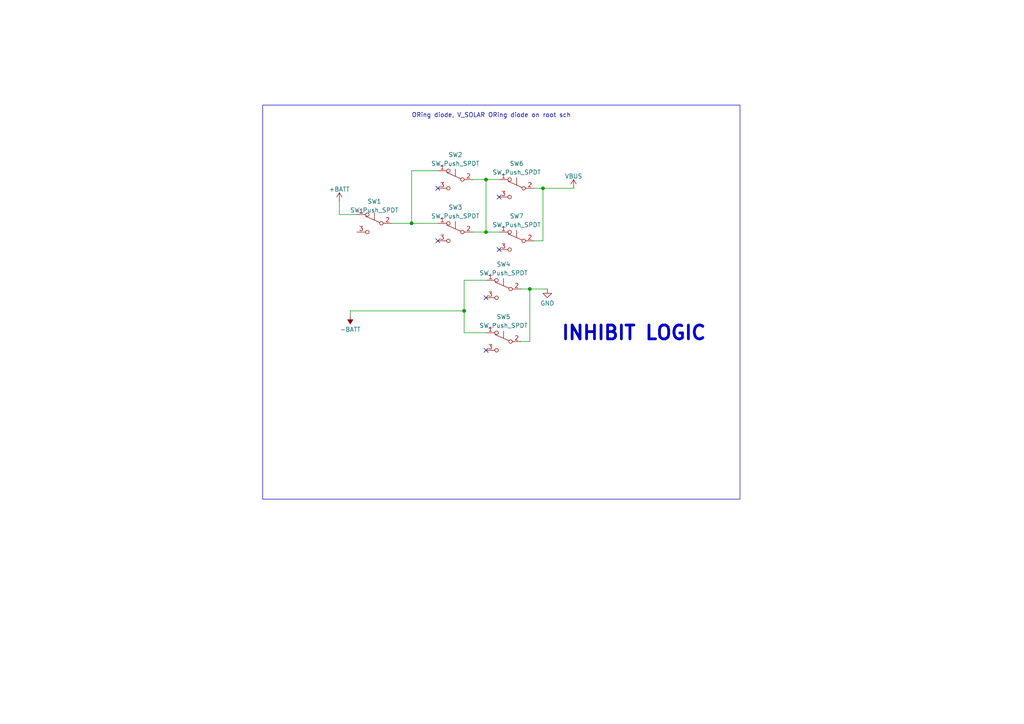
<source format=kicad_sch>
(kicad_sch (version 20230121) (generator eeschema)
  (paper "A4")
  (title_block (comment 1 "By: Jonah R."))
  (lib_symbols
    (symbol "Switch:SW_Push_SPDT" (pin_names (offset 0) hide)
      (property "Reference" "SW" (at 0 4.318 0))
      (property "Value" "SW_Push_SPDT" (at 0 -5.08 0))
      (symbol "SW_Push_SPDT_0_0"
        (circle (center -2.032 0) (radius 0.508))
        (polyline (pts (xy 0 1.016) (xy 0 3.048)))
        (circle (center 2.032 -2.54) (radius 0.508))
      )
      (symbol "SW_Push_SPDT_0_1"
        (polyline (pts (xy -1.524 0.254) (xy 2.54 2.032)))
        (circle (center 2.032 2.54) (radius 0.508))
      )
      (symbol "SW_Push_SPDT_1_1"
        (pin passive line (at 5.08 2.54 180) (length 2.54) (name "A") (number "1"))
        (pin passive line (at -5.08 0 0) (length 2.54) (name "B") (number "2"))
        (pin passive line (at 5.08 -2.54 180) (length 2.54) (name "C") (number "3"))
      )
    )
    (symbol "power:+BATT" (power) (pin_names (offset 0))
      (property "Value" "+BATT" (at 0 3.556 0))
      (symbol "+BATT_0_1"
        (polyline (pts (xy -0.762 1.27) (xy 0 2.54)))
        (polyline (pts (xy 0 0) (xy 0 2.54)))
        (polyline (pts (xy 0 2.54) (xy 0.762 1.27)))
      )
      (symbol "+BATT_1_1"
        (pin power_in line (at 0 0 90) (length 0) hide (name "+BATT") (number "1"))
      )
    )
    (symbol "power:-BATT" (power) (pin_names (offset 0))
      (property "Value" "-BATT" (at 0 3.556 0))
      (symbol "-BATT_0_1"
        (polyline (pts (xy 0 0) (xy 0 2.54)))
        (polyline (pts (xy 0.762 1.27) (xy -0.762 1.27) (xy 0 2.54) (xy 0.762 1.27)) (fill (type outline)))
      )
      (symbol "-BATT_1_1"
        (pin power_in line (at 0 0 90) (length 0) hide (name "-BATT") (number "1"))
      )
    )
    (symbol "power:GND" (power) (pin_names (offset 0))
      (property "Value" "GND" (at 0 -3.81 0))
      (symbol "GND_0_1"
        (polyline (pts (xy 0 0) (xy 0 -1.27) (xy 1.27 -1.27) (xy 0 -2.54) (xy -1.27 -1.27) (xy 0 -1.27)))
      )
      (symbol "GND_1_1"
        (pin power_in line (at 0 0 270) (length 0) hide (name "GND") (number "1"))
      )
    )
    (symbol "power:VBUS" (power) (pin_names (offset 0))
      (property "Value" "VBUS" (at 0 3.81 0))
      (symbol "VBUS_0_1"
        (polyline (pts (xy -0.762 1.27) (xy 0 2.54)))
        (polyline (pts (xy 0 0) (xy 0 2.54)))
        (polyline (pts (xy 0 2.54) (xy 0.762 1.27)))
      )
      (symbol "VBUS_1_1"
        (pin power_in line (at 0 0 90) (length 0) hide (name "VBUS") (number "1"))
      )
    )
  )
  (junction (at 119.38 64.77))
  (junction (at 157.48 54.61))
  (junction (at 140.97 67.31))
  (junction (at 153.67 83.82))
  (junction (at 134.62 90.17))
  (junction (at 140.97 52.07))
  (no_connect (at 144.78 57.15))
  (no_connect (at 140.97 86.36))
  (no_connect (at 127 69.85))
  (no_connect (at 140.97 101.6))
  (no_connect (at 144.78 72.39))
  (no_connect (at 127 54.61))
  (wire (pts (xy 98.425 62.23) (xy 98.425 58.42)))
  (wire (pts (xy 119.38 49.53) (xy 119.38 64.77)))
  (wire (pts (xy 101.6 90.17) (xy 134.62 90.17)))
  (wire (pts (xy 157.48 54.61) (xy 166.37 54.61)))
  (wire (pts (xy 134.62 81.28) (xy 134.62 90.17)))
  (wire (pts (xy 151.13 99.06) (xy 153.67 99.06)))
  (wire (pts (xy 154.94 54.61) (xy 157.48 54.61)))
  (wire (pts (xy 140.97 52.07) (xy 140.97 67.31)))
  (wire (pts (xy 113.665 64.77) (xy 119.38 64.77)))
  (wire (pts (xy 98.425 62.23) (xy 103.505 62.23)))
  (wire (pts (xy 157.48 54.61) (xy 157.48 69.85)))
  (wire (pts (xy 134.62 96.52) (xy 140.97 96.52)))
  (wire (pts (xy 140.97 81.28) (xy 134.62 81.28)))
  (wire (pts (xy 101.6 90.17) (xy 101.6 91.44)))
  (wire (pts (xy 151.13 83.82) (xy 153.67 83.82)))
  (wire (pts (xy 140.97 52.07) (xy 144.78 52.07)))
  (wire (pts (xy 153.67 83.82) (xy 153.67 99.06)))
  (wire (pts (xy 137.16 52.07) (xy 140.97 52.07)))
  (wire (pts (xy 153.67 83.82) (xy 158.75 83.82)))
  (wire (pts (xy 119.38 49.53) (xy 127 49.53)))
  (wire (pts (xy 154.94 69.85) (xy 157.48 69.85)))
  (wire (pts (xy 140.97 67.31) (xy 144.78 67.31)))
  (wire (pts (xy 127 64.77) (xy 119.38 64.77)))
  (wire (pts (xy 137.16 67.31) (xy 140.97 67.31)))
  (wire (pts (xy 134.62 90.17) (xy 134.62 96.52)))
  (rectangle (start 76.2 30.48) (end 214.63 144.78))
  (text "ORing diode, V_SOLAR ORing diode on root sch\n" (at 119.38 34.29 0) (effects (font (size 1.27 1.27)) (justify left bottom)))
  (text "INHIBIT LOGIC" (at 162.56 99.06 0) (effects (font (size 4 4) bold) (justify left bottom)))
  (symbol (lib_id "Switch:SW_Push_SPDT") (at 146.05 83.82 0) (mirror y) (unit 1)
    (property "Reference" "SW4" (at 146.05 76.6477 0))
    (property "Value" "SW_Push_SPDT" (at 146.05 79.1877 0))
    (property "Footprint" "Connector_PinHeader_2.54mm:PinHeader_1x02_P2.54mm_Vertical" (effects hide))
    (instances (project "electrical-power-system" (path "" (reference "SW4") (unit 1))) (project "PDB" (path "" (reference "SW6") (unit 1))))
  )
  (symbol (lib_id "power:-BATT") (at 101.6 91.44 180) (unit 1)
    (property "Reference" "#PWR069" (effects hide))
    (property "Value" "-BATT" (at 101.6 95.5755 0))
  )
  (symbol (lib_id "Switch:SW_Push_SPDT") (at 149.86 54.61 0) (mirror y) (unit 1)
    (property "Reference" "SW6" (at 149.86 47.4377 0))
    (property "Value" "SW_Push_SPDT" (at 149.86 49.9777 0))
    (property "Footprint" "Connector_PinHeader_2.54mm:PinHeader_1x02_P2.54mm_Vertical" (effects hide))
    (instances (project "electrical-power-system" (path "" (reference "SW6") (unit 1))) (project "PDB" (path "" (reference "SW3") (unit 1))))
  )
  (symbol (lib_id "Switch:SW_Push_SPDT") (at 146.05 99.06 0) (mirror y) (unit 1)
    (property "Reference" "SW5" (at 146.05 91.8877 0))
    (property "Value" "SW_Push_SPDT" (at 146.05 94.4277 0))
    (property "Footprint" "Connector_PinHeader_2.54mm:PinHeader_1x02_P2.54mm_Vertical" (effects hide))
    (instances (project "electrical-power-system" (path "" (reference "SW5") (unit 1))) (project "PDB" (path "" (reference "SW7") (unit 1))))
  )
  (symbol (lib_id "Switch:SW_Push_SPDT") (at 132.08 67.31 0) (mirror y) (unit 1)
    (property "Reference" "SW3" (at 132.08 60.1377 0))
    (property "Value" "SW_Push_SPDT" (at 132.08 62.6777 0))
    (property "Footprint" "Connector_PinHeader_2.54mm:PinHeader_1x02_P2.54mm_Vertical" (effects hide))
    (instances (project "electrical-power-system" (path "" (reference "SW3") (unit 1))) (project "PDB" (path "" (reference "SW4") (unit 1))))
  )
  (symbol (lib_id "power:VBUS") (at 166.37 54.61 0) (unit 1)
    (property "Reference" "#PWR071" (effects hide))
    (property "Value" "VBUS" (at 166.37 51.1081 0))
  )
  (symbol (lib_id "Switch:SW_Push_SPDT") (at 132.08 52.07 0) (mirror y) (unit 1)
    (property "Reference" "SW2" (at 132.08 44.8977 0))
    (property "Value" "SW_Push_SPDT" (at 132.08 47.4377 0))
    (property "Footprint" "Connector_PinHeader_2.54mm:PinHeader_1x02_P2.54mm_Vertical" (effects hide))
  )
  (symbol (lib_id "Switch:SW_Push_SPDT") (at 149.86 69.85 0) (mirror y) (unit 1)
    (property "Reference" "SW7" (at 149.86 62.6777 0))
    (property "Value" "SW_Push_SPDT" (at 149.86 65.2177 0))
    (property "Footprint" "Connector_PinHeader_2.54mm:PinHeader_1x02_P2.54mm_Vertical" (effects hide))
    (instances (project "electrical-power-system" (path "" (reference "SW7") (unit 1))) (project "PDB" (path "" (reference "SW5") (unit 1))))
  )
  (symbol (lib_id "power:GND") (at 158.75 83.82 0) (unit 1)
    (property "Reference" "#PWR070" (effects hide))
    (property "Value" "GND" (at 158.75 87.9555 0))
    (instances (project "electrical-power-system" (path "" (reference "#PWR070") (unit 1))) (project "PDB" (path "" (reference "#PWR02") (unit 1))))
  )
  (symbol (lib_id "Switch:SW_Push_SPDT") (at 108.585 64.77 0) (mirror y) (unit 1)
    (property "Reference" "SW1" (at 108.585 58.42 0))
    (property "Value" "SW_Push_SPDT" (at 108.585 60.96 0))
    (property "Footprint" "Connector_PinHeader_2.54mm:PinHeader_1x03_P2.54mm_Vertical" (effects hide))
  )
  (symbol (lib_id "power:+BATT") (at 98.425 58.42 0) (unit 1)
    (property "Reference" "#PWR068" (effects hide))
    (property "Value" "+BATT" (at 98.425 54.9181 0))
  )
)
</source>
